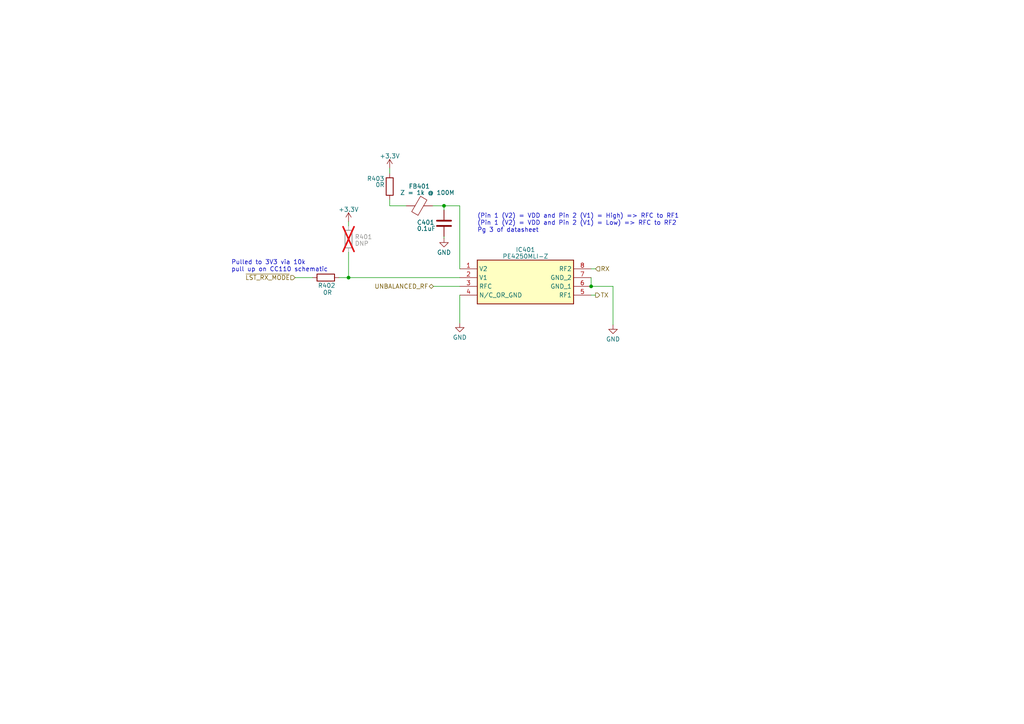
<source format=kicad_sch>
(kicad_sch (version 20230121) (generator eeschema)
  (paper "A4")
  (title_block (company "By: Atharva Kulkarni"))
  (lib_symbols
    (symbol "Device:C" (pin_numbers hide) (pin_names (offset 0.254))
      (property "Reference" "C" (at 0.635 2.54 0))
      (property "Value" "C" (at 0.635 -2.54 0))
      (symbol "C_0_1"
        (polyline (pts (xy -2.032 -0.762) (xy 2.032 -0.762)) (stroke (width 0.508)))
        (polyline (pts (xy -2.032 0.762) (xy 2.032 0.762)) (stroke (width 0.508)))
      )
      (symbol "C_1_1"
        (pin passive line (at 0 3.81 270) (length 2.794) (name "~") (number "1"))
        (pin passive line (at 0 -3.81 90) (length 2.794) (name "~") (number "2"))
      )
    )
    (symbol "Device:FerriteBead" (pin_numbers hide) (pin_names (offset 0))
      (property "Reference" "FB" (at -3.81 0.635 90))
      (property "Value" "FerriteBead" (at 3.81 0 90))
      (symbol "FerriteBead_0_1"
        (polyline (pts (xy 0 -1.27) (xy 0 -1.2192)))
        (polyline (pts (xy 0 1.27) (xy 0 1.2954)))
        (polyline (pts (xy -2.7686 0.4064) (xy -1.7018 2.2606) (xy 2.7686 -0.3048) (xy 1.6764 -2.159) (xy -2.7686 0.4064)))
      )
      (symbol "FerriteBead_1_1"
        (pin passive line (at 0 3.81 270) (length 2.54) (name "~") (number "1"))
        (pin passive line (at 0 -3.81 90) (length 2.54) (name "~") (number "2"))
      )
    )
    (symbol "Device:R" (pin_numbers hide) (pin_names (offset 0))
      (property "Reference" "R" (at 2.032 0 90))
      (property "Value" "R" (at 0 0 90))
      (symbol "R_0_1"
        (rectangle (start -1.016 -2.54) (end 1.016 2.54) (stroke (width 0.254)))
      )
      (symbol "R_1_1"
        (pin passive line (at 0 3.81 270) (length 1.27) (name "~") (number "1"))
        (pin passive line (at 0 -3.81 90) (length 1.27) (name "~") (number "2"))
      )
    )
    (symbol "SamacSys_Parts:PE4250MLI-Z"
      (property "Reference" "IC" (at 34.29 7.62 0))
      (property "Value" "PE4250MLI-Z" (at 34.29 5.08 0))
      (symbol "PE4250MLI-Z_1_1"
        (rectangle (start 5.08 2.54) (end 33.02 -10.16) (stroke (width 0.254)) (fill (type background)))
        (pin passive line (at 0 0 0) (length 5.08) (name "V2") (number "1"))
        (pin passive line (at 0 -2.54 0) (length 5.08) (name "V1") (number "2"))
        (pin passive line (at 0 -5.08 0) (length 5.08) (name "RFC") (number "3"))
        (pin passive line (at 0 -7.62 0) (length 5.08) (name "N/C_OR_GND") (number "4"))
        (pin passive line (at 38.1 -7.62 180) (length 5.08) (name "RF1") (number "5"))
        (pin passive line (at 38.1 -5.08 180) (length 5.08) (name "GND_1") (number "6"))
        (pin passive line (at 38.1 -2.54 180) (length 5.08) (name "GND_2") (number "7"))
        (pin passive line (at 38.1 0 180) (length 5.08) (name "RF2") (number "8"))
      )
    )
    (symbol "power:+3.3V" (power) (pin_names (offset 0))
      (property "Value" "+3.3V" (at 0 3.556 0))
      (symbol "+3.3V_0_1"
        (polyline (pts (xy -0.762 1.27) (xy 0 2.54)))
        (polyline (pts (xy 0 0) (xy 0 2.54)))
        (polyline (pts (xy 0 2.54) (xy 0.762 1.27)))
      )
      (symbol "+3.3V_1_1"
        (pin power_in line (at 0 0 90) (length 0) hide (name "+3.3V") (number "1"))
      )
    )
    (symbol "power:GND" (power) (pin_names (offset 0))
      (property "Value" "GND" (at 0 -3.81 0))
      (symbol "GND_0_1"
        (polyline (pts (xy 0 0) (xy 0 -1.27) (xy 1.27 -1.27) (xy 0 -2.54) (xy -1.27 -1.27) (xy 0 -1.27)))
      )
      (symbol "GND_1_1"
        (pin power_in line (at 0 0 270) (length 0) hide (name "GND") (number "1"))
      )
    )
  )
  (junction (at 128.778 59.69))
  (junction (at 101.092 80.518))
  (junction (at 171.45 83.058))
  (wire (pts (xy 90.678 80.518) (xy 85.598 80.518)))
  (wire (pts (xy 171.45 83.058) (xy 177.8 83.058)))
  (wire (pts (xy 113.03 59.69) (xy 117.856 59.69)))
  (wire (pts (xy 128.778 59.69) (xy 125.476 59.69)))
  (wire (pts (xy 113.03 50.292) (xy 113.03 48.768)))
  (wire (pts (xy 113.03 59.69) (xy 113.03 57.912)))
  (wire (pts (xy 171.45 77.978) (xy 172.72 77.978)))
  (wire (pts (xy 133.35 80.518) (xy 101.092 80.518)))
  (wire (pts (xy 128.778 69.088) (xy 128.778 68.58)))
  (wire (pts (xy 133.35 85.598) (xy 133.35 93.726)))
  (wire (pts (xy 171.45 85.598) (xy 172.72 85.598)))
  (wire (pts (xy 128.778 59.69) (xy 128.778 60.96)))
  (wire (pts (xy 125.73 83.058) (xy 133.35 83.058)))
  (wire (pts (xy 101.092 80.518) (xy 98.298 80.518)))
  (wire (pts (xy 171.45 80.518) (xy 171.45 83.058)))
  (wire (pts (xy 101.092 64.262) (xy 101.092 65.532)))
  (wire (pts (xy 128.778 59.69) (xy 133.35 59.69)))
  (wire (pts (xy 177.8 83.058) (xy 177.8 94.234)))
  (wire (pts (xy 133.35 59.69) (xy 133.35 77.978)))
  (wire (pts (xy 101.092 73.152) (xy 101.092 80.518)))
  (text "Pulled to 3V3 via 10k \npull up on CC110 schematic" (at 67.056 78.994 0) (effects (font (size 1.27 1.27)) (justify left bottom)))
  (text "(Pin 1 (V2) = VDD and Pin 2 (V1) = High) => RFC to RF1\n(Pin 1 (V2) = VDD and Pin 2 (V1) = Low) => RFC to RF2\nPg 3 of datasheet" (at 138.43 67.564 0) (effects (font (size 1.27 1.27)) (justify left bottom)))
  (hierarchical_label "~{LST_RX_MODE}" (shape input) (at 85.598 80.518 180))
  (hierarchical_label "RX" (shape input) (at 172.72 77.978 0))
  (hierarchical_label "UNBALANCED_RF" (shape bidirectional) (at 125.73 83.058 180))
  (hierarchical_label "TX" (shape output) (at 172.72 85.598 0))
  (symbol (lib_id "Device:C") (at 128.778 64.77 0) (unit 1)
    (property "Reference" "C401" (at 120.904 64.516 0) (effects (justify left)))
    (property "Value" "0.1uF" (at 120.904 66.294 0) (effects (justify left)))
    (property "Footprint" "Capacitor_SMD:C_0603_1608Metric_Pad1.08x0.95mm_HandSolder" (effects hide))
  )
  (symbol (lib_id "power:GND") (at 128.778 69.088 0) (unit 1)
    (property "Reference" "#PWR0404" (effects hide))
    (property "Value" "GND" (at 128.778 73.2235 0))
  )
  (symbol (lib_id "power:GND") (at 177.8 94.234 0) (unit 1)
    (property "Reference" "#PWR0402" (effects hide))
    (property "Value" "GND" (at 177.8 98.3695 0))
  )
  (symbol (lib_id "Device:R") (at 113.03 54.102 180) (unit 1)
    (property "Reference" "R403" (at 108.966 51.816 0))
    (property "Value" "0R" (at 110.236 53.594 0))
    (property "Footprint" "Resistor_SMD:R_0603_1608Metric_Pad0.98x0.95mm_HandSolder" (effects hide))
  )
  (symbol (lib_id "power:GND") (at 133.35 93.726 0) (unit 1)
    (property "Reference" "#PWR0401" (effects hide))
    (property "Value" "GND" (at 133.35 97.8615 0))
  )
  (symbol (lib_id "power:+3.3V") (at 101.092 64.262 0) (unit 1)
    (property "Reference" "#PWR0405" (effects hide))
    (property "Value" "+3.3V" (at 101.092 60.7601 0))
  )
  (symbol (lib_id "SamacSys_Parts:PE4250MLI-Z") (at 133.35 77.978 0) (unit 1)
    (property "Reference" "IC401" (at 152.4 72.4281 0))
    (property "Value" "PE4250MLI-Z" (at 152.4 74.3491 0))
    (property "Footprint" "SamacSys_Parts:SOP65P488X107-8N" (effects hide))
    (property "Datasheet" "http://www.psemi.com/pdf/datasheets/pe4250ds.pdf" (effects hide))
    (property "Height" "1.066" (effects hide))
    (property "Manufacturer_Name" "Peregrine Semiconductor" (effects hide))
    (property "Manufacturer_Part_Number" "PE4250MLI-Z" (effects hide))
    (property "Mouser Part Number" "81-PE4250MLI-Z" (effects hide))
    (property "Mouser Price/Stock" "https://www.mouser.co.uk/ProductDetail/pSemi/PE4250MLI-Z?qs=iw0hurA%2FaD1gJuyls72Zlg%3D%3D" (effects hide))
  )
  (symbol (lib_id "Device:R") (at 94.488 80.518 90) (unit 1)
    (property "Reference" "R402" (at 94.742 82.804 90))
    (property "Value" "0R" (at 94.996 84.836 90))
    (property "Footprint" "Resistor_SMD:R_0603_1608Metric_Pad0.98x0.95mm_HandSolder" (effects hide))
  )
  (symbol (lib_id "Device:R") (at 101.092 69.342 0) (unit 1) (dnp yes)
    (property "Reference" "R401" (at 102.87 68.6983 0) (effects (justify left)))
    (property "Value" "DNP" (at 102.87 70.6193 0) (effects (justify left)))
    (property "Footprint" "Resistor_SMD:R_0603_1608Metric_Pad0.98x0.95mm_HandSolder" (effects hide))
  )
  (symbol (lib_id "Device:FerriteBead") (at 121.666 59.69 90) (unit 1)
    (property "Reference" "FB401" (at 121.6152 54.0385 90))
    (property "Value" "Z = 1k @ 100M" (at 123.952 55.88 90))
    (property "Footprint" "Inductor_SMD:L_0603_1608Metric_Pad1.05x0.95mm_HandSolder" (effects hide))
  )
  (symbol (lib_id "power:+3.3V") (at 113.03 48.768 0) (unit 1)
    (property "Reference" "#PWR0403" (effects hide))
    (property "Value" "+3.3V" (at 113.03 45.2661 0))
  )
)
</source>
